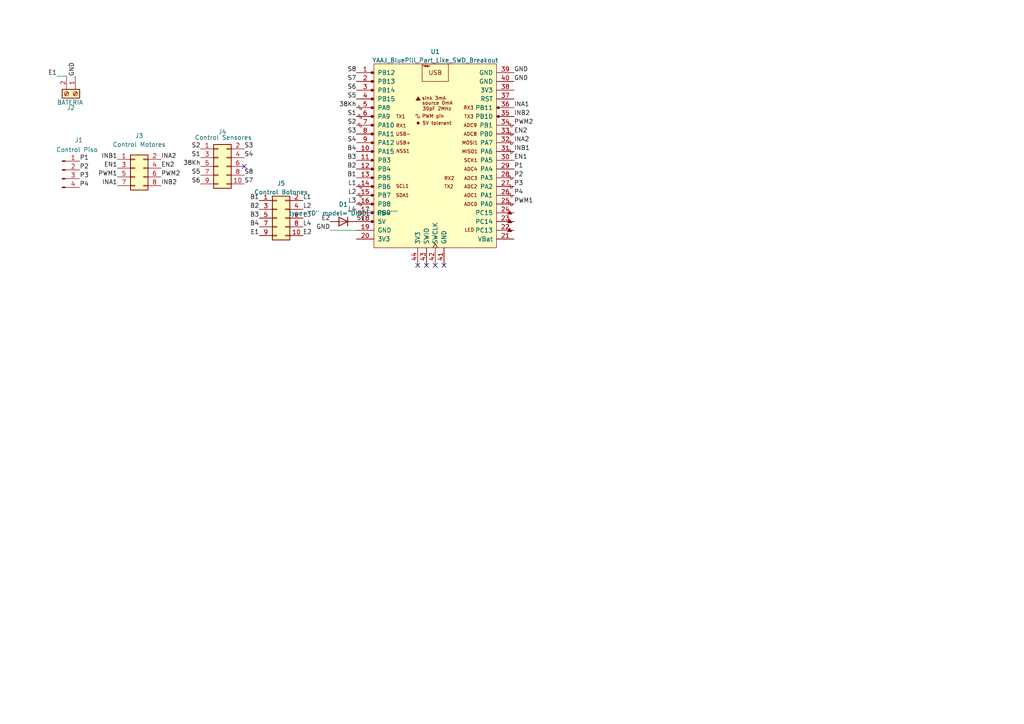
<source format=kicad_sch>
(kicad_sch (version 20211123) (generator eeschema)
  (paper "A4")
  (lib_symbols
    (symbol "Connector:Conn_01x04_Male" (pin_names (offset 1.016) hide)
      (property "Reference" "J" (at 0 5.08 0))
      (property "Value" "Conn_01x04_Male" (at 0 -7.62 0))
      (symbol "Conn_01x04_Male_1_1"
        (polyline (pts (xy 1.27 -5.08) (xy 0.8636 -5.08)) (stroke (width 0.1524)))
        (polyline (pts (xy 1.27 -2.54) (xy 0.8636 -2.54)) (stroke (width 0.1524)))
        (polyline (pts (xy 1.27 0) (xy 0.8636 0)) (stroke (width 0.1524)))
        (polyline (pts (xy 1.27 2.54) (xy 0.8636 2.54)) (stroke (width 0.1524)))
        (rectangle (start 0.8636 -4.953) (end 0 -5.207) (stroke (width 0.1524)) (fill (type outline)))
        (rectangle (start 0.8636 -2.413) (end 0 -2.667) (stroke (width 0.1524)) (fill (type outline)))
        (rectangle (start 0.8636 0.127) (end 0 -0.127) (stroke (width 0.1524)) (fill (type outline)))
        (rectangle (start 0.8636 2.667) (end 0 2.413) (stroke (width 0.1524)) (fill (type outline)))
        (pin passive line (at 5.08 2.54 180) (length 3.81) (name "Pin_1") (number "1"))
        (pin passive line (at 5.08 0 180) (length 3.81) (name "Pin_2") (number "2"))
        (pin passive line (at 5.08 -2.54 180) (length 3.81) (name "Pin_3") (number "3"))
        (pin passive line (at 5.08 -5.08 180) (length 3.81) (name "Pin_4") (number "4"))
      )
    )
    (symbol "Connector:Screw_Terminal_01x02" (pin_names (offset 1.016) hide)
      (property "Reference" "J" (at 0 2.54 0))
      (property "Value" "Screw_Terminal_01x02" (at 0 -5.08 0))
      (symbol "Screw_Terminal_01x02_1_1"
        (rectangle (start -1.27 1.27) (end 1.27 -3.81) (stroke (width 0.254)) (fill (type background)))
        (circle (center 0 -2.54) (radius 0.635) (stroke (width 0.1524)))
        (polyline (pts (xy -0.5334 -2.2098) (xy 0.3302 -3.048)) (stroke (width 0.1524)))
        (polyline (pts (xy -0.5334 0.3302) (xy 0.3302 -0.508)) (stroke (width 0.1524)))
        (polyline (pts (xy -0.3556 -2.032) (xy 0.508 -2.8702)) (stroke (width 0.1524)))
        (polyline (pts (xy -0.3556 0.508) (xy 0.508 -0.3302)) (stroke (width 0.1524)))
        (circle (center 0 0) (radius 0.635) (stroke (width 0.1524)))
        (pin passive line (at -5.08 0 0) (length 3.81) (name "Pin_1") (number "1"))
        (pin passive line (at -5.08 -2.54 0) (length 3.81) (name "Pin_2") (number "2"))
      )
    )
    (symbol "Connector_Generic:Conn_02x04_Odd_Even" (pin_names (offset 1.016) hide)
      (property "Reference" "J" (at 1.27 5.08 0))
      (property "Value" "Conn_02x04_Odd_Even" (at 1.27 -7.62 0))
      (symbol "Conn_02x04_Odd_Even_1_1"
        (rectangle (start -1.27 -4.953) (end 0 -5.207) (stroke (width 0.1524)))
        (rectangle (start -1.27 -2.413) (end 0 -2.667) (stroke (width 0.1524)))
        (rectangle (start -1.27 0.127) (end 0 -0.127) (stroke (width 0.1524)))
        (rectangle (start -1.27 2.667) (end 0 2.413) (stroke (width 0.1524)))
        (rectangle (start -1.27 3.81) (end 3.81 -6.35) (stroke (width 0.254)) (fill (type background)))
        (rectangle (start 3.81 -4.953) (end 2.54 -5.207) (stroke (width 0.1524)))
        (rectangle (start 3.81 -2.413) (end 2.54 -2.667) (stroke (width 0.1524)))
        (rectangle (start 3.81 0.127) (end 2.54 -0.127) (stroke (width 0.1524)))
        (rectangle (start 3.81 2.667) (end 2.54 2.413) (stroke (width 0.1524)))
        (pin passive line (at -5.08 2.54 0) (length 3.81) (name "Pin_1") (number "1"))
        (pin passive line (at 7.62 2.54 180) (length 3.81) (name "Pin_2") (number "2"))
        (pin passive line (at -5.08 0 0) (length 3.81) (name "Pin_3") (number "3"))
        (pin passive line (at 7.62 0 180) (length 3.81) (name "Pin_4") (number "4"))
        (pin passive line (at -5.08 -2.54 0) (length 3.81) (name "Pin_5") (number "5"))
        (pin passive line (at 7.62 -2.54 180) (length 3.81) (name "Pin_6") (number "6"))
        (pin passive line (at -5.08 -5.08 0) (length 3.81) (name "Pin_7") (number "7"))
        (pin passive line (at 7.62 -5.08 180) (length 3.81) (name "Pin_8") (number "8"))
      )
    )
    (symbol "Connector_Generic:Conn_02x05_Odd_Even" (pin_names (offset 1.016) hide)
      (property "Reference" "J" (at 1.27 7.62 0))
      (property "Value" "Conn_02x05_Odd_Even" (at 1.27 -7.62 0))
      (symbol "Conn_02x05_Odd_Even_1_1"
        (rectangle (start -1.27 -4.953) (end 0 -5.207) (stroke (width 0.1524)))
        (rectangle (start -1.27 -2.413) (end 0 -2.667) (stroke (width 0.1524)))
        (rectangle (start -1.27 0.127) (end 0 -0.127) (stroke (width 0.1524)))
        (rectangle (start -1.27 2.667) (end 0 2.413) (stroke (width 0.1524)))
        (rectangle (start -1.27 5.207) (end 0 4.953) (stroke (width 0.1524)))
        (rectangle (start -1.27 6.35) (end 3.81 -6.35) (stroke (width 0.254)) (fill (type background)))
        (rectangle (start 3.81 -4.953) (end 2.54 -5.207) (stroke (width 0.1524)))
        (rectangle (start 3.81 -2.413) (end 2.54 -2.667) (stroke (width 0.1524)))
        (rectangle (start 3.81 0.127) (end 2.54 -0.127) (stroke (width 0.1524)))
        (rectangle (start 3.81 2.667) (end 2.54 2.413) (stroke (width 0.1524)))
        (rectangle (start 3.81 5.207) (end 2.54 4.953) (stroke (width 0.1524)))
        (pin passive line (at -5.08 5.08 0) (length 3.81) (name "Pin_1") (number "1"))
        (pin passive line (at 7.62 -5.08 180) (length 3.81) (name "Pin_10") (number "10"))
        (pin passive line (at 7.62 5.08 180) (length 3.81) (name "Pin_2") (number "2"))
        (pin passive line (at -5.08 2.54 0) (length 3.81) (name "Pin_3") (number "3"))
        (pin passive line (at 7.62 2.54 180) (length 3.81) (name "Pin_4") (number "4"))
        (pin passive line (at -5.08 0 0) (length 3.81) (name "Pin_5") (number "5"))
        (pin passive line (at 7.62 0 180) (length 3.81) (name "Pin_6") (number "6"))
        (pin passive line (at -5.08 -2.54 0) (length 3.81) (name "Pin_7") (number "7"))
        (pin passive line (at 7.62 -2.54 180) (length 3.81) (name "Pin_8") (number "8"))
        (pin passive line (at -5.08 -5.08 0) (length 3.81) (name "Pin_9") (number "9"))
      )
    )
    (symbol "Simulation_SPICE:DIODE" (pin_numbers hide) (pin_names (offset 1.016) hide)
      (property "Reference" "D" (at 0 2.54 0))
      (property "Value" "DIODE" (at 0 -2.54 0))
      (symbol "DIODE_0_1"
        (polyline (pts (xy 1.27 0) (xy -1.27 0)))
        (polyline (pts (xy 1.27 1.27) (xy 1.27 -1.27)) (stroke (width 0.254)))
        (polyline (pts (xy -1.27 -1.27) (xy -1.27 1.27) (xy 1.27 0) (xy -1.27 -1.27)) (stroke (width 0.254)))
      )
      (symbol "DIODE_1_1"
        (pin passive line (at -3.81 0 0) (length 2.54) (name "A") (number "1"))
        (pin passive line (at 3.81 0 180) (length 2.54) (name "K") (number "2"))
      )
    )
    (symbol "YAAJ_BluePill_Part_Like_SWD_Breakout:YAAJ_BluePill_Part_Like_SWD_Breakout" (pin_names (offset 1.016))
      (property "Reference" "U" (at -15.24 27.94 0))
      (property "Value" "YAAJ_BluePill_Part_Like_SWD_Breakout" (at 20.32 27.94 0))
      (symbol "YAAJ_BluePill_Part_Like_SWD_Breakout_0_0"
        (circle (center -18.288 -20.32) (radius 0.3556) (fill (type outline)))
        (circle (center -18.288 -17.78) (radius 0.3556) (fill (type outline)))
        (circle (center -18.288 -15.24) (radius 0.3556) (fill (type outline)))
        (circle (center -18.288 -12.7) (radius 0.3556) (fill (type outline)))
        (circle (center -18.288 -10.16) (radius 0.3556) (fill (type outline)))
        (circle (center -18.288 -7.62) (radius 0.3556) (fill (type outline)))
        (circle (center -18.288 -5.08) (radius 0.3556) (fill (type outline)))
        (circle (center -18.288 -2.54) (radius 0.3556) (fill (type outline)))
        (circle (center -18.288 0) (radius 0.3556) (fill (type outline)))
        (circle (center -18.288 2.54) (radius 0.3556) (fill (type outline)))
        (circle (center -18.288 5.08) (radius 0.3556) (fill (type outline)))
        (circle (center -18.288 7.62) (radius 0.3556) (fill (type outline)))
        (circle (center -18.288 10.16) (radius 0.3556) (fill (type outline)))
        (circle (center -18.288 12.7) (radius 0.3556) (fill (type outline)))
        (circle (center -18.288 15.24) (radius 0.3556) (fill (type outline)))
        (circle (center -18.288 17.78) (radius 0.3556) (fill (type outline)))
        (circle (center -18.288 22.86) (radius 0.3556) (fill (type outline)))
        (circle (center -4.953 8.255) (radius 0.127) (fill (type outline)))
        (circle (center -4.953 8.255) (radius 0.254))
        (circle (center -4.953 8.255) (radius 0.3556))
        (polyline (pts (xy -5.588 14.859) (xy -4.953 15.875) (xy -4.318 14.859) (xy -5.588 14.859) (xy -4.953 15.748) (xy -4.445 14.859) (xy -5.461 14.986) (xy -4.953 15.621) (xy -4.572 14.859) (xy -5.334 15.113) (xy -4.826 15.494) (xy -4.699 14.859) (xy -5.207 15.24) (xy -4.699 15.367) (xy -4.826 14.986) (xy -5.08 15.24) (xy -4.826 15.113) (xy -4.953 15.367)))
        (polyline (pts (xy 20.955 -23.241) (xy 21.59 -22.225) (xy 22.225 -23.241) (xy 20.955 -23.241) (xy 21.59 -22.352) (xy 22.098 -23.241) (xy 21.082 -23.114) (xy 21.59 -22.479) (xy 21.971 -23.241) (xy 21.209 -22.987) (xy 21.717 -22.606) (xy 21.844 -23.241) (xy 21.336 -22.86) (xy 21.844 -22.733) (xy 21.717 -23.114) (xy 21.463 -22.86) (xy 21.717 -22.987) (xy 21.59 -22.733)))
        (polyline (pts (xy 20.955 -20.701) (xy 21.59 -19.685) (xy 22.225 -20.701) (xy 20.955 -20.701) (xy 21.59 -19.812) (xy 22.098 -20.701) (xy 21.082 -20.574) (xy 21.59 -19.939) (xy 21.971 -20.701) (xy 21.209 -20.447) (xy 21.717 -20.066) (xy 21.844 -20.701) (xy 21.336 -20.32) (xy 21.844 -20.193) (xy 21.717 -20.574) (xy 21.463 -20.32) (xy 21.717 -20.447) (xy 21.59 -20.193)))
        (polyline (pts (xy 20.955 -18.161) (xy 21.59 -17.145) (xy 22.225 -18.161) (xy 20.955 -18.161) (xy 21.59 -17.272) (xy 22.098 -18.161) (xy 21.082 -18.034) (xy 21.59 -17.399) (xy 21.971 -18.161) (xy 21.209 -17.907) (xy 21.717 -17.526) (xy 21.844 -18.161) (xy 21.336 -17.78) (xy 21.844 -17.653) (xy 21.717 -18.034) (xy 21.463 -17.78) (xy 21.717 -17.907) (xy 21.59 -17.653)))
        (circle (center 18.288 10.16) (radius 0.254) (fill (type outline)))
        (circle (center 18.288 10.16) (radius 0.3556))
        (circle (center 18.288 12.7) (radius 0.254) (fill (type outline)))
        (circle (center 18.288 12.7) (radius 0.3556))
        (text "30pF 2MHz" (at 0.508 12.446 0) (effects (font (size 0.9906 0.9906))))
        (text "5V tolerant" (at 0.508 8.255 0) (effects (font (size 0.9906 0.9906))))
        (text "ADC0" (at 10.287 -15.24 0) (effects (font (size 0.9906 0.9906))))
        (text "ADC1" (at 10.287 -12.7 0) (effects (font (size 0.9906 0.9906))))
        (text "ADC2" (at 10.287 -10.16 0) (effects (font (size 0.9906 0.9906))))
        (text "ADC3" (at 10.287 -7.747 0) (effects (font (size 0.9906 0.9906))))
        (text "ADC4" (at 10.287 -5.08 0) (effects (font (size 0.9906 0.9906))))
        (text "ADC8" (at 10.16 5.08 0) (effects (font (size 0.9906 0.9906))))
        (text "ADC9" (at 10.16 7.62 0) (effects (font (size 0.9906 0.9906))))
        (text "LED" (at 9.906 -22.733 0) (effects (font (size 0.9906 0.9906))))
        (text "MISO1" (at 10.033 0 0) (effects (font (size 0.9906 0.9906))))
        (text "MOSI1" (at 10.033 2.54 0) (effects (font (size 0.9906 0.9906))))
        (text "NSS1" (at -9.398 0.127 0) (effects (font (size 0.9906 0.9906))))
        (text "PWM pin" (at -0.635 10.287 0) (effects (font (size 0.9906 0.9906))))
        (text "RX1" (at -9.906 7.493 0) (effects (font (size 0.9906 0.9906))))
        (text "RX2" (at 4.064 -7.747 0) (effects (font (size 0.9906 0.9906))))
        (text "RX3" (at 9.652 12.7 0) (effects (font (size 0.9906 0.9906))))
        (text "SCK1" (at 10.287 -2.54 0) (effects (font (size 0.9906 0.9906))))
        (text "SCL1" (at -9.525 -10.033 0) (effects (font (size 0.9906 0.9906))))
        (text "SDA1" (at -9.525 -12.7 0) (effects (font (size 0.9906 0.9906))))
        (text "sink 3mA" (at -0.381 15.494 0) (effects (font (size 0.9906 0.9906))))
        (text "source 0mA" (at 0.635 14.097 0) (effects (font (size 0.9906 0.9906))))
        (text "TX1" (at -10.033 10.16 0) (effects (font (size 0.9906 0.9906))))
        (text "TX2" (at 3.937 -10.16 0) (effects (font (size 0.9906 0.9906))))
        (text "TX3" (at 9.779 10.16 0) (effects (font (size 0.9906 0.9906))))
        (text "USB" (at 0 22.86 0) (effects (font (size 1.27 1.27))))
        (text "USB+" (at -9.271 2.54 0) (effects (font (size 0.9906 0.9906))))
        (text "USB-" (at -9.271 5.08 0) (effects (font (size 0.9906 0.9906))))
        (text "Y@@J" (at -2.5654 24.8412 0) (effects (font (size 0.508 0.508))))
      )
      (symbol "YAAJ_BluePill_Part_Like_SWD_Breakout_0_1"
        (rectangle (start -17.78 25.4) (end 17.78 -27.94) (fill (type background)))
        (polyline (pts (xy -21.336 -17.78) (xy -21.336 -18.288) (xy -21.844 -18.288) (xy -21.844 -17.272) (xy -22.352 -17.272) (xy -22.352 -17.78)))
        (polyline (pts (xy -21.336 -15.24) (xy -21.336 -15.748) (xy -21.844 -15.748) (xy -21.844 -14.732) (xy -22.352 -14.732) (xy -22.352 -15.24)))
        (polyline (pts (xy -21.336 -12.7) (xy -21.336 -13.208) (xy -21.844 -13.208) (xy -21.844 -12.192) (xy -22.352 -12.192) (xy -22.352 -12.7)))
        (polyline (pts (xy -21.336 -10.16) (xy -21.336 -10.668) (xy -21.844 -10.668) (xy -21.844 -9.652) (xy -22.352 -9.652) (xy -22.352 -10.16)))
        (polyline (pts (xy -21.336 7.62) (xy -21.336 7.112) (xy -21.844 7.112) (xy -21.844 8.128) (xy -22.352 8.128) (xy -22.352 7.62)))
        (polyline (pts (xy -21.336 10.16) (xy -21.336 9.652) (xy -21.844 9.652) (xy -21.844 10.668) (xy -22.352 10.668) (xy -22.352 10.16)))
        (polyline (pts (xy -21.336 12.7) (xy -21.336 12.192) (xy -21.844 12.192) (xy -21.844 13.208) (xy -22.352 13.208) (xy -22.352 12.7)))
        (polyline (pts (xy -4.572 10.287) (xy -4.572 9.779) (xy -5.08 9.779) (xy -5.08 10.795) (xy -5.588 10.795) (xy -5.588 10.287)))
        (polyline (pts (xy 22.352 -15.24) (xy 22.352 -15.748) (xy 21.844 -15.748) (xy 21.844 -14.732) (xy 21.336 -14.732) (xy 21.336 -15.24)))
        (polyline (pts (xy 22.352 -12.7) (xy 22.352 -13.208) (xy 21.844 -13.208) (xy 21.844 -12.192) (xy 21.336 -12.192) (xy 21.336 -12.7)))
        (polyline (pts (xy 22.352 -10.16) (xy 22.352 -10.668) (xy 21.844 -10.668) (xy 21.844 -9.652) (xy 21.336 -9.652) (xy 21.336 -10.16)))
        (polyline (pts (xy 22.352 -7.62) (xy 22.352 -8.128) (xy 21.844 -8.128) (xy 21.844 -7.112) (xy 21.336 -7.112) (xy 21.336 -7.62)))
        (polyline (pts (xy 22.352 0) (xy 22.352 -0.508) (xy 21.844 -0.508) (xy 21.844 0.508) (xy 21.336 0.508) (xy 21.336 0)))
        (polyline (pts (xy 22.352 2.54) (xy 22.352 2.032) (xy 21.844 2.032) (xy 21.844 3.048) (xy 21.336 3.048) (xy 21.336 2.54)))
        (polyline (pts (xy 22.352 5.08) (xy 22.352 4.572) (xy 21.844 4.572) (xy 21.844 5.588) (xy 21.336 5.588) (xy 21.336 5.08)))
        (polyline (pts (xy 22.352 7.62) (xy 22.352 7.112) (xy 21.844 7.112) (xy 21.844 8.128) (xy 21.336 8.128) (xy 21.336 7.62)))
        (rectangle (start 3.81 25.4) (end -3.81 20.32))
      )
      (symbol "YAAJ_BluePill_Part_Like_SWD_Breakout_1_1"
        (circle (center -18.288 20.32) (radius 0.3556) (fill (type outline)))
        (pin bidirectional line (at -22.86 22.86 0) (length 5.08) (name "PB12") (number "1"))
        (pin bidirectional line (at -22.86 0 0) (length 5.08) (name "PA15") (number "10"))
        (pin bidirectional line (at -22.86 -2.54 0) (length 5.08) (name "PB3") (number "11"))
        (pin bidirectional line (at -22.86 -5.08 0) (length 5.08) (name "PB4") (number "12"))
        (pin bidirectional line (at -22.86 -7.62 0) (length 5.08) (name "PB5") (number "13"))
        (pin bidirectional line (at -22.86 -10.16 0) (length 5.08) (name "PB6") (number "14"))
        (pin bidirectional line (at -22.86 -12.7 0) (length 5.08) (name "PB7") (number "15"))
        (pin bidirectional line (at -22.86 -15.24 0) (length 5.08) (name "PB8") (number "16"))
        (pin bidirectional line (at -22.86 -17.78 0) (length 5.08) (name "PB9") (number "17"))
        (pin power_in line (at -22.86 -20.32 0) (length 5.08) (name "5V") (number "18"))
        (pin power_in line (at -22.86 -22.86 0) (length 5.08) (name "GND") (number "19"))
        (pin bidirectional line (at -22.86 20.32 0) (length 5.08) (name "PB13") (number "2"))
        (pin power_in line (at -22.86 -25.4 0) (length 5.08) (name "3V3") (number "20"))
        (pin power_in line (at 22.86 -25.4 180) (length 5.08) (name "VBat") (number "21"))
        (pin bidirectional line (at 22.86 -22.86 180) (length 5.08) (name "PC13") (number "22"))
        (pin bidirectional line (at 22.86 -20.32 180) (length 5.08) (name "PC14") (number "23"))
        (pin bidirectional line (at 22.86 -17.78 180) (length 5.08) (name "PC15") (number "24"))
        (pin bidirectional line (at 22.86 -15.24 180) (length 5.08) (name "PA0") (number "25"))
        (pin bidirectional line (at 22.86 -12.7 180) (length 5.08) (name "PA1") (number "26"))
        (pin bidirectional line (at 22.86 -10.16 180) (length 5.08) (name "PA2") (number "27"))
        (pin bidirectional line (at 22.86 -7.62 180) (length 5.08) (name "PA3") (number "28"))
        (pin bidirectional line (at 22.86 -5.08 180) (length 5.08) (name "PA4") (number "29"))
        (pin bidirectional line (at -22.86 17.78 0) (length 5.08) (name "PB14") (number "3"))
        (pin bidirectional line (at 22.86 -2.54 180) (length 5.08) (name "PA5") (number "30"))
        (pin bidirectional line (at 22.86 0 180) (length 5.08) (name "PA6") (number "31"))
        (pin bidirectional line (at 22.86 2.54 180) (length 5.08) (name "PA7") (number "32"))
        (pin bidirectional line (at 22.86 5.08 180) (length 5.08) (name "PB0") (number "33"))
        (pin bidirectional line (at 22.86 7.62 180) (length 5.08) (name "PB1") (number "34"))
        (pin bidirectional line (at 22.86 10.16 180) (length 5.08) (name "PB10") (number "35"))
        (pin bidirectional line (at 22.86 12.7 180) (length 5.08) (name "PB11") (number "36"))
        (pin input line (at 22.86 15.24 180) (length 5.08) (name "RST") (number "37"))
        (pin power_in line (at 22.86 17.78 180) (length 5.08) (name "3V3") (number "38"))
        (pin power_in line (at 22.86 22.86 180) (length 5.08) (name "GND") (number "39"))
        (pin bidirectional line (at -22.86 15.24 0) (length 5.08) (name "PB15") (number "4"))
        (pin power_in line (at 22.86 20.32 180) (length 5.08) (name "GND") (number "40"))
        (pin power_in line (at 2.54 -33.02 90) (length 5.08) (name "GND") (number "41"))
        (pin bidirectional clock (at 0 -33.02 90) (length 5.08) (name "SWCLK") (number "42"))
        (pin bidirectional line (at -2.54 -33.02 90) (length 5.08) (name "SWIO") (number "43"))
        (pin power_in line (at -5.08 -33.02 90) (length 5.08) (name "3V3") (number "44"))
        (pin bidirectional line (at -22.86 12.7 0) (length 5.08) (name "PA8") (number "5"))
        (pin bidirectional line (at -22.86 10.16 0) (length 5.08) (name "PA9") (number "6"))
        (pin bidirectional line (at -22.86 7.62 0) (length 5.08) (name "PA10") (number "7"))
        (pin bidirectional line (at -22.86 5.08 0) (length 5.08) (name "PA11") (number "8"))
        (pin bidirectional line (at -22.86 2.54 0) (length 5.08) (name "PA12") (number "9"))
      )
    )
  )
  (no_connect (at 70.866 48.26))
  (no_connect (at 121.158 76.962))
  (no_connect (at 123.698 76.962))
  (no_connect (at 126.238 76.962))
  (no_connect (at 128.778 76.962))
  (wire (pts (xy 95.758 66.802) (xy 103.378 66.802)))
  (wire (pts (xy 19.304 22.098) (xy 16.51 22.098)))
  (label "L2" (at 103.378 56.642 180))
  (label "S3" (at 103.378 38.862 180))
  (label "S6" (at 103.378 26.162 180))
  (label "EN1" (at 34.036 48.768 180))
  (label "B3" (at 103.378 46.482 180))
  (label "S8" (at 103.378 21.082 180))
  (label "S4" (at 103.378 41.402 180))
  (label "P1" (at 149.098 49.022 0))
  (label "INB2" (at 149.098 33.782 0))
  (label "L2" (at 87.884 60.706 0))
  (label "S5" (at 103.378 28.702 180))
  (label "B2" (at 103.378 49.022 180))
  (label "P2" (at 23.114 49.276 0))
  (label "B4" (at 103.378 43.942 180))
  (label "S7" (at 103.378 23.622 180))
  (label "P4" (at 149.098 56.642 0))
  (label "S2" (at 58.166 43.18 180))
  (label "B4" (at 75.184 65.786 180))
  (label "S3" (at 70.866 43.18 0))
  (label "PWM2" (at 46.736 51.308 0))
  (label "GND" (at 21.844 22.098 90))
  (label "38Kh" (at 103.378 31.242 180))
  (label "INB1" (at 34.036 46.228 180))
  (label "L3" (at 87.884 63.246 0))
  (label "B1" (at 75.184 58.166 180))
  (label "P2" (at 149.098 51.562 0))
  (label "E2" (at 87.884 68.326 0))
  (label "GND" (at 149.098 23.622 0))
  (label "L3" (at 103.378 59.182 180))
  (label "S6" (at 58.166 53.34 180))
  (label "PWM1" (at 34.036 51.308 180))
  (label "INA2" (at 149.098 41.402 0))
  (label "S5" (at 58.166 50.8 180))
  (label "L1" (at 87.884 58.166 0))
  (label "S1" (at 58.166 45.72 180))
  (label "38Kh" (at 58.166 48.26 180))
  (label "S7" (at 70.866 53.34 0))
  (label "PWM1" (at 149.098 59.182 0))
  (label "S1" (at 103.378 33.782 180))
  (label "P1" (at 23.114 46.736 0))
  (label "E2" (at 95.758 64.262 180))
  (label "B3" (at 75.184 63.246 180))
  (label "L1" (at 103.378 54.102 180))
  (label "B1" (at 103.378 51.562 180))
  (label "INA1" (at 34.036 53.848 180))
  (label "L4" (at 87.884 65.786 0))
  (label "GND" (at 95.758 66.802 180))
  (label "S2" (at 103.378 36.322 180))
  (label "EN2" (at 149.098 38.862 0))
  (label "P4" (at 23.114 54.356 0))
  (label "P3" (at 149.098 54.102 0))
  (label "P3" (at 23.114 51.816 0))
  (label "INB1" (at 149.098 43.942 0))
  (label "E1" (at 16.51 22.098 180))
  (label "INB2" (at 46.736 53.848 0))
  (label "5v" (at 103.378 64.262 0))
  (label "PWM2" (at 149.098 36.322 0))
  (label "GND" (at 149.098 21.082 0))
  (label "INA2" (at 46.736 46.228 0))
  (label "S4" (at 70.866 45.72 0))
  (label "B2" (at 75.184 60.706 180))
  (label "E1" (at 75.184 68.326 180))
  (label "INA1" (at 149.098 31.242 0))
  (label "S8" (at 70.866 50.8 0))
  (label "EN1" (at 149.098 46.482 0))
  (label "EN2" (at 46.736 48.768 0))
  (label "L4" (at 103.378 61.722 180))
  (symbol (lib_id "Connector_Generic:Conn_02x05_Odd_Even") (at 80.264 63.246 0) (unit 1)
    (property "Reference" "J5" (at 81.534 53.1962 0))
    (property "Value" "Control Botones" (at 81.534 55.7331 0))
    (property "Footprint" "Connector_IDC:IDC-Header_2x05_P2.54mm_Vertical" (effects hide))
  )
  (symbol (lib_id "Connector:Screw_Terminal_01x02") (at 21.844 27.178 270) (unit 1)
    (property "Reference" "J2" (at 20.574 31.242 90))
    (property "Value" "BATERIA" (at 20.32 29.718 90))
    (property "Footprint" "TerminalBlock:TerminalBlock_bornier-2_P5.08mm" (effects hide))
  )
  (symbol (lib_id "Simulation_SPICE:DIODE") (at 99.568 64.262 0) (unit 1)
    (property "Reference" "D1" (at 99.568 59.2922 0))
    (property "Value" "DIODE" (at 99.568 61.8291 0))
    (property "Footprint" "Diode_THT:D_5W_P12.70mm_Horizontal" (effects hide))
    (property "Spice_Netlist_Enabled" "Y" (effects hide))
    (property "Spice_Primitive" "D" (effects hide))
  )
  (symbol (lib_id "Connector_Generic:Conn_02x04_Odd_Even") (at 39.116 48.768 0) (unit 1)
    (property "Reference" "J3" (at 40.386 39.37 0))
    (property "Value" "Control Motores" (at 40.386 41.91 0))
    (property "Footprint" "Connector_IDC:IDC-Header_2x04_P2.54mm_Vertical" (effects hide))
  )
  (symbol (lib_id "Connector_Generic:Conn_02x05_Odd_Even") (at 63.246 48.26 0) (unit 1)
    (property "Reference" "J4" (at 64.516 38.2102 0))
    (property "Value" "Control Sensores" (at 64.77 39.878 0))
    (property "Footprint" "Connector_IDC:IDC-Header_2x05_P2.54mm_Vertical" (effects hide))
  )
  (symbol (lib_id "Connector:Conn_01x04_Male") (at 18.034 49.276 0) (unit 1)
    (property "Reference" "J1" (at 22.86 40.64 0))
    (property "Value" "Control Piso" (at 22.352 43.434 0))
    (property "Footprint" "Connector_PinHeader_2.54mm:PinHeader_1x04_P2.54mm_Horizontal" (effects hide))
  )
  (symbol (lib_id "YAAJ_BluePill_Part_Like_SWD_Breakout:YAAJ_BluePill_Part_Like_SWD_Breakout") (at 126.238 43.942 0) (unit 1)
    (property "Reference" "U1" (at 126.238 14.9692 0))
    (property "Value" "YAAJ_BluePill_Part_Like_SWD_Breakout" (at 126.238 17.5061 0))
    (property "Footprint" "Footprints:YAAJ_BluePill_SWD_1" (effects hide))
  )
)
</source>
